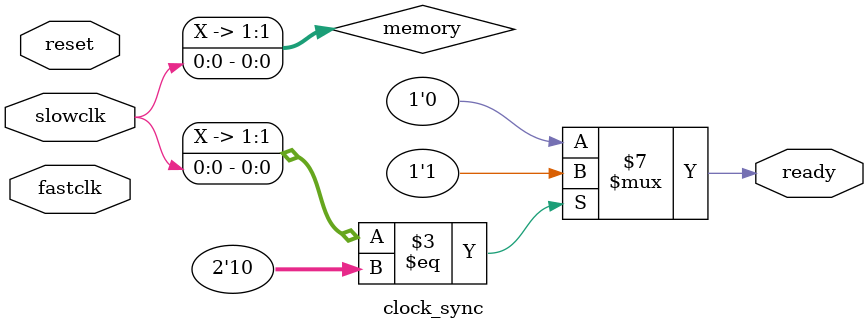
<source format=v>
`timescale 1ns / 1ps


module clock_sync(
input wire fastclk,
input wire slowclk,
input wire reset,
output reg ready=0
    );
    reg [1:0] memory=2'b00;
    always @(fastclk)
        begin
        if (reset)
            memory<=2'b00;
        memory<={memory[0],slowclk};
        end
    always @*
    begin
        if (memory=={1'b1, 1'b0})
            ready=1;
        else
            ready=0;
    end
endmodule

</source>
